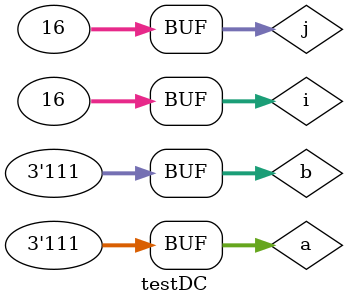
<source format=v>

module operadorMD ( s0, s1, a, b);
output s0, s1;
input a, b;
wire s2;

xor XOR1(s0,a,b);
not NOT1(s2,a);
and AND1(s1,s2,b);

endmodule

module operadorDC ( s0, s1, a, b, v1 );
output s0, s1;
input a, b, v1;
wire s2, s3, s4;

operadorMD MD1(s2,s3,a,b);
operadorMD MD2(s4,s0,s2,v1);
or OR1(s1,s3,s4);

endmodule

module DC3Bits ( s, a, b);
output[3:0]s;
input[2:0]a,b;
wire[1:0]c;

operadorMD MD1(s[0],c[0],a[0],b[0]);
operadorDC DC1(s[1],c[1],a[1],b[1],c[0]);
operadorDC DC2(s[2],s[3],a[2],b[2],c[1]);

endmodule


module testDC;
reg[2:0]a,b;
wire[3:0]s;
integer i,j;

DC3Bits DC3B(s,a,b);

initial begin : start

a=0; b=0;

end

initial begin : main

#1 $display ( " Operador Diferença Completa - 3 Bits " );
#1 $display ( "   a  -  b   =  s   " );
	$monitor ( " %3b  %3b  = %4b ",a,b,s);
	
	for ( i = 0; i < 16; i = i + 1)begin
	 a = i;
	for ( j = 0; j < 16; j = j + 1)begin
	#1 b = j;
	end
	end
				
end

endmodule

</source>
